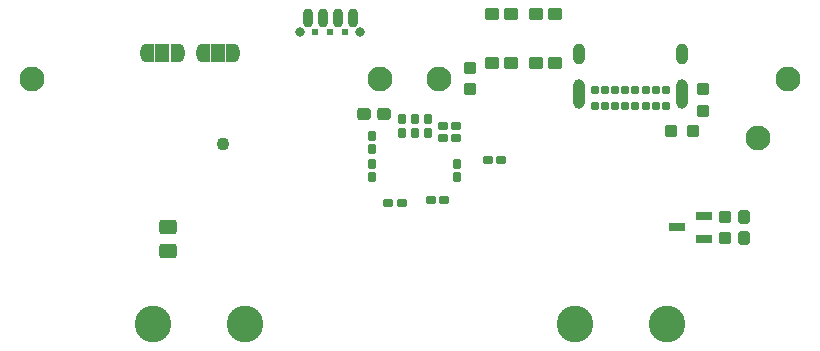
<source format=gts>
G04 #@! TF.GenerationSoftware,KiCad,Pcbnew,7.0.5-0*
G04 #@! TF.CreationDate,2023-10-09T15:45:39-04:00*
G04 #@! TF.ProjectId,SLAPS_Solar_Harvester,534c4150-535f-4536-9f6c-61725f486172,V1.1*
G04 #@! TF.SameCoordinates,Original*
G04 #@! TF.FileFunction,Soldermask,Top*
G04 #@! TF.FilePolarity,Negative*
%FSLAX46Y46*%
G04 Gerber Fmt 4.6, Leading zero omitted, Abs format (unit mm)*
G04 Created by KiCad (PCBNEW 7.0.5-0) date 2023-10-09 15:45:39*
%MOMM*%
%LPD*%
G01*
G04 APERTURE LIST*
G04 Aperture macros list*
%AMRoundRect*
0 Rectangle with rounded corners*
0 $1 Rounding radius*
0 $2 $3 $4 $5 $6 $7 $8 $9 X,Y pos of 4 corners*
0 Add a 4 corners polygon primitive as box body*
4,1,4,$2,$3,$4,$5,$6,$7,$8,$9,$2,$3,0*
0 Add four circle primitives for the rounded corners*
1,1,$1+$1,$2,$3*
1,1,$1+$1,$4,$5*
1,1,$1+$1,$6,$7*
1,1,$1+$1,$8,$9*
0 Add four rect primitives between the rounded corners*
20,1,$1+$1,$2,$3,$4,$5,0*
20,1,$1+$1,$4,$5,$6,$7,0*
20,1,$1+$1,$6,$7,$8,$9,0*
20,1,$1+$1,$8,$9,$2,$3,0*%
%AMFreePoly0*
4,1,35,0.585921,0.785921,0.600800,0.750000,0.600800,-0.750000,0.585921,-0.785921,0.550000,-0.800800,0.000000,-0.800800,-0.012286,-0.795711,-0.071157,-0.795711,-0.085469,-0.793653,-0.222020,-0.753558,-0.235173,-0.747552,-0.354895,-0.670611,-0.365822,-0.661142,-0.459019,-0.553587,-0.466836,-0.541423,-0.525955,-0.411969,-0.530029,-0.398096,-0.550283,-0.257230,-0.550800,-0.250000,-0.550800,0.250000,
-0.550283,0.257230,-0.530029,0.398096,-0.525955,0.411969,-0.466836,0.541423,-0.459019,0.553587,-0.365822,0.661142,-0.354895,0.670611,-0.235173,0.747552,-0.222020,0.753558,-0.085469,0.793653,-0.071157,0.795711,-0.012286,0.795711,0.000000,0.800800,0.550000,0.800800,0.585921,0.785921,0.585921,0.785921,$1*%
%AMFreePoly1*
4,1,35,0.012286,0.795711,0.071157,0.795711,0.085469,0.793653,0.222020,0.753558,0.235173,0.747552,0.354895,0.670611,0.365822,0.661142,0.459019,0.553587,0.466836,0.541423,0.525955,0.411969,0.530029,0.398096,0.550283,0.257230,0.550800,0.250000,0.550800,-0.250000,0.550283,-0.257230,0.530029,-0.398096,0.525955,-0.411969,0.466836,-0.541423,0.459019,-0.553587,0.365822,-0.661142,
0.354895,-0.670611,0.235173,-0.747552,0.222020,-0.753558,0.085469,-0.793653,0.071157,-0.795711,0.012286,-0.795711,0.000000,-0.800800,-0.550000,-0.800800,-0.585921,-0.785921,-0.600800,-0.750000,-0.600800,0.750000,-0.585921,0.785921,-0.550000,0.800800,0.000000,0.800800,0.012286,0.795711,0.012286,0.795711,$1*%
G04 Aperture macros list end*
%ADD10C,2.101600*%
%ADD11RoundRect,0.288300X-0.237500X0.250000X-0.237500X-0.250000X0.237500X-0.250000X0.237500X0.250000X0*%
%ADD12RoundRect,0.205800X0.212500X0.155000X-0.212500X0.155000X-0.212500X-0.155000X0.212500X-0.155000X0*%
%ADD13C,3.101600*%
%ADD14RoundRect,0.288300X0.300000X0.237500X-0.300000X0.237500X-0.300000X-0.237500X0.300000X-0.237500X0*%
%ADD15RoundRect,0.200800X0.512500X0.150000X-0.512500X0.150000X-0.512500X-0.150000X0.512500X-0.150000X0*%
%ADD16RoundRect,0.050800X-0.500000X0.450000X-0.500000X-0.450000X0.500000X-0.450000X0.500000X0.450000X0*%
%ADD17RoundRect,0.288300X0.237500X-0.250000X0.237500X0.250000X-0.237500X0.250000X-0.237500X-0.250000X0*%
%ADD18RoundRect,0.288300X-0.237500X0.287500X-0.237500X-0.287500X0.237500X-0.287500X0.237500X0.287500X0*%
%ADD19RoundRect,0.300800X0.450000X-0.325000X0.450000X0.325000X-0.450000X0.325000X-0.450000X-0.325000X0*%
%ADD20FreePoly0,180.000000*%
%ADD21RoundRect,0.050800X0.500000X0.750000X-0.500000X0.750000X-0.500000X-0.750000X0.500000X-0.750000X0*%
%ADD22FreePoly1,180.000000*%
%ADD23RoundRect,0.205800X-0.155000X0.212500X-0.155000X-0.212500X0.155000X-0.212500X0.155000X0.212500X0*%
%ADD24RoundRect,0.205800X0.155000X-0.212500X0.155000X0.212500X-0.155000X0.212500X-0.155000X-0.212500X0*%
%ADD25C,1.101600*%
%ADD26RoundRect,0.288300X-0.250000X-0.237500X0.250000X-0.237500X0.250000X0.237500X-0.250000X0.237500X0*%
%ADD27RoundRect,0.205800X-0.212500X-0.155000X0.212500X-0.155000X0.212500X0.155000X-0.212500X0.155000X0*%
%ADD28C,0.801600*%
%ADD29C,0.601600*%
%ADD30O,0.901600X1.601600*%
%ADD31RoundRect,0.050800X0.500000X-0.450000X0.500000X0.450000X-0.500000X0.450000X-0.500000X-0.450000X0*%
%ADD32C,0.771600*%
%ADD33O,1.001600X2.501600*%
%ADD34O,1.001600X1.801600*%
%ADD35FreePoly0,0.000000*%
%ADD36RoundRect,0.050800X-0.500000X-0.750000X0.500000X-0.750000X0.500000X0.750000X-0.500000X0.750000X0*%
%ADD37FreePoly1,0.000000*%
G04 APERTURE END LIST*
D10*
X188750440Y-96748780D03*
D11*
X181600000Y-97587500D03*
X181600000Y-99412500D03*
D12*
X156067500Y-107200000D03*
X154932500Y-107200000D03*
D13*
X134980000Y-117500000D03*
X142750000Y-117500000D03*
X170750000Y-117500000D03*
X178520000Y-117500000D03*
D11*
X183400000Y-108387500D03*
X183400000Y-110212500D03*
D14*
X154562500Y-99700000D03*
X152837500Y-99700000D03*
D10*
X159250880Y-96748780D03*
D12*
X160667500Y-101700000D03*
X159532500Y-101700000D03*
X159667500Y-107000000D03*
X158532500Y-107000000D03*
D15*
X181637500Y-110250000D03*
X181637500Y-108350000D03*
X179362500Y-109300000D03*
D16*
X165300000Y-91250000D03*
X165300000Y-95350000D03*
X163700000Y-91250000D03*
X163700000Y-95350000D03*
D17*
X161800000Y-97612500D03*
X161800000Y-95787500D03*
D18*
X185000000Y-108425000D03*
X185000000Y-110175000D03*
D19*
X136300000Y-111325000D03*
X136300000Y-109275000D03*
D20*
X137100000Y-94500000D03*
D21*
X135800000Y-94500000D03*
D22*
X134500000Y-94500000D03*
D23*
X160700000Y-103932500D03*
X160700000Y-105067500D03*
X156100000Y-100132500D03*
X156100000Y-101267500D03*
D10*
X124750060Y-96748780D03*
D24*
X153500000Y-102667500D03*
X153500000Y-101532500D03*
D25*
X140900000Y-102200000D03*
D10*
X186200000Y-101700000D03*
D26*
X178887500Y-101100000D03*
X180712500Y-101100000D03*
D27*
X163332500Y-103600000D03*
X164467500Y-103600000D03*
D28*
X152540000Y-92725500D03*
D29*
X151270000Y-92725500D03*
X150000000Y-92725500D03*
X148730000Y-92725500D03*
D28*
X147460000Y-92725500D03*
D30*
X148095000Y-91570500D03*
X149365000Y-91570500D03*
X150635000Y-91570500D03*
X151905000Y-91570500D03*
D10*
X154249620Y-96748780D03*
D31*
X167400000Y-95350000D03*
X167400000Y-91250000D03*
X169000000Y-95350000D03*
X169000000Y-91250000D03*
D32*
X178400000Y-99000000D03*
X177550000Y-99000000D03*
X176700000Y-99000000D03*
X175850000Y-99000000D03*
X175000000Y-99000000D03*
X174150000Y-99000000D03*
X173300000Y-99000000D03*
X172450000Y-99000000D03*
X172450000Y-97650000D03*
X173300000Y-97650000D03*
X174150000Y-97650000D03*
X175000000Y-97650000D03*
X175850000Y-97650000D03*
X176700000Y-97650000D03*
X177550000Y-97650000D03*
X178400000Y-97650000D03*
D33*
X179750000Y-98020000D03*
D34*
X179750000Y-94640000D03*
D33*
X171100000Y-98020000D03*
D34*
X171100000Y-94640000D03*
D23*
X158300000Y-100132500D03*
X158300000Y-101267500D03*
D12*
X160667500Y-100700000D03*
X159532500Y-100700000D03*
D23*
X157200000Y-100132500D03*
X157200000Y-101267500D03*
D35*
X139200000Y-94500000D03*
D36*
X140500000Y-94500000D03*
D37*
X141800000Y-94500000D03*
D23*
X153500000Y-103932500D03*
X153500000Y-105067500D03*
M02*

</source>
